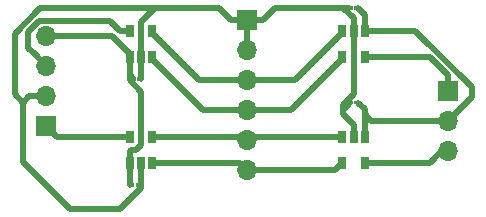
<source format=gbr>
G04 #@! TF.GenerationSoftware,KiCad,Pcbnew,5.0.2-bee76a0~70~ubuntu18.04.1*
G04 #@! TF.CreationDate,2019-08-19T17:02:48+02:00*
G04 #@! TF.ProjectId,differential_uart,64696666-6572-4656-9e74-69616c5f7561,rev?*
G04 #@! TF.SameCoordinates,Original*
G04 #@! TF.FileFunction,Copper,L1,Top*
G04 #@! TF.FilePolarity,Positive*
%FSLAX46Y46*%
G04 Gerber Fmt 4.6, Leading zero omitted, Abs format (unit mm)*
G04 Created by KiCad (PCBNEW 5.0.2-bee76a0~70~ubuntu18.04.1) date Mon 19 Aug 2019 05:02:48 PM CEST*
%MOMM*%
%LPD*%
G01*
G04 APERTURE LIST*
G04 #@! TA.AperFunction,Conductor*
%ADD10C,0.100000*%
G04 #@! TD*
G04 #@! TA.AperFunction,SMDPad,CuDef*
%ADD11C,0.300000*%
G04 #@! TD*
G04 #@! TA.AperFunction,ComponentPad*
%ADD12R,1.700000X1.700000*%
G04 #@! TD*
G04 #@! TA.AperFunction,ComponentPad*
%ADD13O,1.700000X1.700000*%
G04 #@! TD*
G04 #@! TA.AperFunction,SMDPad,CuDef*
%ADD14R,0.650000X1.060000*%
G04 #@! TD*
G04 #@! TA.AperFunction,Conductor*
%ADD15C,0.500000*%
G04 #@! TD*
G04 APERTURE END LIST*
D10*
G04 #@! TO.N,GND*
G04 #@! TO.C,C1*
G36*
X12007352Y-7850361D02*
X12014633Y-7851441D01*
X12021772Y-7853229D01*
X12028702Y-7855709D01*
X12035356Y-7858856D01*
X12041669Y-7862640D01*
X12047580Y-7867024D01*
X12053034Y-7871967D01*
X12057977Y-7877421D01*
X12062361Y-7883332D01*
X12066145Y-7889645D01*
X12069292Y-7896299D01*
X12071772Y-7903229D01*
X12073560Y-7910368D01*
X12074640Y-7917649D01*
X12075001Y-7925000D01*
X12075001Y-8075000D01*
X12074640Y-8082351D01*
X12073560Y-8089632D01*
X12071772Y-8096771D01*
X12069292Y-8103701D01*
X12066145Y-8110355D01*
X12062361Y-8116668D01*
X12057977Y-8122579D01*
X12053034Y-8128033D01*
X12047580Y-8132976D01*
X12041669Y-8137360D01*
X12035356Y-8141144D01*
X12028702Y-8144291D01*
X12021772Y-8146771D01*
X12014633Y-8148559D01*
X12007352Y-8149639D01*
X12000001Y-8150000D01*
X11750001Y-8150000D01*
X11742650Y-8149639D01*
X11735369Y-8148559D01*
X11728230Y-8146771D01*
X11721300Y-8144291D01*
X11714646Y-8141144D01*
X11708333Y-8137360D01*
X11702422Y-8132976D01*
X11696968Y-8128033D01*
X11692025Y-8122579D01*
X11687641Y-8116668D01*
X11683857Y-8110355D01*
X11680710Y-8103701D01*
X11678230Y-8096771D01*
X11676442Y-8089632D01*
X11675362Y-8082351D01*
X11675001Y-8075000D01*
X11675001Y-7925000D01*
X11675362Y-7917649D01*
X11676442Y-7910368D01*
X11678230Y-7903229D01*
X11680710Y-7896299D01*
X11683857Y-7889645D01*
X11687641Y-7883332D01*
X11692025Y-7877421D01*
X11696968Y-7871967D01*
X11702422Y-7867024D01*
X11708333Y-7862640D01*
X11714646Y-7858856D01*
X11721300Y-7855709D01*
X11728230Y-7853229D01*
X11735369Y-7851441D01*
X11742650Y-7850361D01*
X11750001Y-7850000D01*
X12000001Y-7850000D01*
X12007352Y-7850361D01*
X12007352Y-7850361D01*
G37*
D11*
G04 #@! TD*
G04 #@! TO.P,C1,2*
G04 #@! TO.N,GND*
X11875001Y-8000000D03*
D10*
G04 #@! TO.N,+3V3*
G04 #@! TO.C,C1*
G36*
X11507352Y-7850361D02*
X11514633Y-7851441D01*
X11521772Y-7853229D01*
X11528702Y-7855709D01*
X11535356Y-7858856D01*
X11541669Y-7862640D01*
X11547580Y-7867024D01*
X11553034Y-7871967D01*
X11557977Y-7877421D01*
X11562361Y-7883332D01*
X11566145Y-7889645D01*
X11569292Y-7896299D01*
X11571772Y-7903229D01*
X11573560Y-7910368D01*
X11574640Y-7917649D01*
X11575001Y-7925000D01*
X11575001Y-8075000D01*
X11574640Y-8082351D01*
X11573560Y-8089632D01*
X11571772Y-8096771D01*
X11569292Y-8103701D01*
X11566145Y-8110355D01*
X11562361Y-8116668D01*
X11557977Y-8122579D01*
X11553034Y-8128033D01*
X11547580Y-8132976D01*
X11541669Y-8137360D01*
X11535356Y-8141144D01*
X11528702Y-8144291D01*
X11521772Y-8146771D01*
X11514633Y-8148559D01*
X11507352Y-8149639D01*
X11500001Y-8150000D01*
X11250001Y-8150000D01*
X11242650Y-8149639D01*
X11235369Y-8148559D01*
X11228230Y-8146771D01*
X11221300Y-8144291D01*
X11214646Y-8141144D01*
X11208333Y-8137360D01*
X11202422Y-8132976D01*
X11196968Y-8128033D01*
X11192025Y-8122579D01*
X11187641Y-8116668D01*
X11183857Y-8110355D01*
X11180710Y-8103701D01*
X11178230Y-8096771D01*
X11176442Y-8089632D01*
X11175362Y-8082351D01*
X11175001Y-8075000D01*
X11175001Y-7925000D01*
X11175362Y-7917649D01*
X11176442Y-7910368D01*
X11178230Y-7903229D01*
X11180710Y-7896299D01*
X11183857Y-7889645D01*
X11187641Y-7883332D01*
X11192025Y-7877421D01*
X11196968Y-7871967D01*
X11202422Y-7867024D01*
X11208333Y-7862640D01*
X11214646Y-7858856D01*
X11221300Y-7855709D01*
X11228230Y-7853229D01*
X11235369Y-7851441D01*
X11242650Y-7850361D01*
X11250001Y-7850000D01*
X11500001Y-7850000D01*
X11507352Y-7850361D01*
X11507352Y-7850361D01*
G37*
D11*
G04 #@! TD*
G04 #@! TO.P,C1,1*
G04 #@! TO.N,+3V3*
X11375001Y-8000000D03*
D10*
G04 #@! TO.N,+3V3*
G04 #@! TO.C,C2*
G36*
X30382351Y-1850361D02*
X30389632Y-1851441D01*
X30396771Y-1853229D01*
X30403701Y-1855709D01*
X30410355Y-1858856D01*
X30416668Y-1862640D01*
X30422579Y-1867024D01*
X30428033Y-1871967D01*
X30432976Y-1877421D01*
X30437360Y-1883332D01*
X30441144Y-1889645D01*
X30444291Y-1896299D01*
X30446771Y-1903229D01*
X30448559Y-1910368D01*
X30449639Y-1917649D01*
X30450000Y-1925000D01*
X30450000Y-2075000D01*
X30449639Y-2082351D01*
X30448559Y-2089632D01*
X30446771Y-2096771D01*
X30444291Y-2103701D01*
X30441144Y-2110355D01*
X30437360Y-2116668D01*
X30432976Y-2122579D01*
X30428033Y-2128033D01*
X30422579Y-2132976D01*
X30416668Y-2137360D01*
X30410355Y-2141144D01*
X30403701Y-2144291D01*
X30396771Y-2146771D01*
X30389632Y-2148559D01*
X30382351Y-2149639D01*
X30375000Y-2150000D01*
X30125000Y-2150000D01*
X30117649Y-2149639D01*
X30110368Y-2148559D01*
X30103229Y-2146771D01*
X30096299Y-2144291D01*
X30089645Y-2141144D01*
X30083332Y-2137360D01*
X30077421Y-2132976D01*
X30071967Y-2128033D01*
X30067024Y-2122579D01*
X30062640Y-2116668D01*
X30058856Y-2110355D01*
X30055709Y-2103701D01*
X30053229Y-2096771D01*
X30051441Y-2089632D01*
X30050361Y-2082351D01*
X30050000Y-2075000D01*
X30050000Y-1925000D01*
X30050361Y-1917649D01*
X30051441Y-1910368D01*
X30053229Y-1903229D01*
X30055709Y-1896299D01*
X30058856Y-1889645D01*
X30062640Y-1883332D01*
X30067024Y-1877421D01*
X30071967Y-1871967D01*
X30077421Y-1867024D01*
X30083332Y-1862640D01*
X30089645Y-1858856D01*
X30096299Y-1855709D01*
X30103229Y-1853229D01*
X30110368Y-1851441D01*
X30117649Y-1850361D01*
X30125000Y-1850000D01*
X30375000Y-1850000D01*
X30382351Y-1850361D01*
X30382351Y-1850361D01*
G37*
D11*
G04 #@! TD*
G04 #@! TO.P,C2,1*
G04 #@! TO.N,+3V3*
X30250000Y-2000000D03*
D10*
G04 #@! TO.N,GND*
G04 #@! TO.C,C2*
G36*
X29882351Y-1850361D02*
X29889632Y-1851441D01*
X29896771Y-1853229D01*
X29903701Y-1855709D01*
X29910355Y-1858856D01*
X29916668Y-1862640D01*
X29922579Y-1867024D01*
X29928033Y-1871967D01*
X29932976Y-1877421D01*
X29937360Y-1883332D01*
X29941144Y-1889645D01*
X29944291Y-1896299D01*
X29946771Y-1903229D01*
X29948559Y-1910368D01*
X29949639Y-1917649D01*
X29950000Y-1925000D01*
X29950000Y-2075000D01*
X29949639Y-2082351D01*
X29948559Y-2089632D01*
X29946771Y-2096771D01*
X29944291Y-2103701D01*
X29941144Y-2110355D01*
X29937360Y-2116668D01*
X29932976Y-2122579D01*
X29928033Y-2128033D01*
X29922579Y-2132976D01*
X29916668Y-2137360D01*
X29910355Y-2141144D01*
X29903701Y-2144291D01*
X29896771Y-2146771D01*
X29889632Y-2148559D01*
X29882351Y-2149639D01*
X29875000Y-2150000D01*
X29625000Y-2150000D01*
X29617649Y-2149639D01*
X29610368Y-2148559D01*
X29603229Y-2146771D01*
X29596299Y-2144291D01*
X29589645Y-2141144D01*
X29583332Y-2137360D01*
X29577421Y-2132976D01*
X29571967Y-2128033D01*
X29567024Y-2122579D01*
X29562640Y-2116668D01*
X29558856Y-2110355D01*
X29555709Y-2103701D01*
X29553229Y-2096771D01*
X29551441Y-2089632D01*
X29550361Y-2082351D01*
X29550000Y-2075000D01*
X29550000Y-1925000D01*
X29550361Y-1917649D01*
X29551441Y-1910368D01*
X29553229Y-1903229D01*
X29555709Y-1896299D01*
X29558856Y-1889645D01*
X29562640Y-1883332D01*
X29567024Y-1877421D01*
X29571967Y-1871967D01*
X29577421Y-1867024D01*
X29583332Y-1862640D01*
X29589645Y-1858856D01*
X29596299Y-1855709D01*
X29603229Y-1853229D01*
X29610368Y-1851441D01*
X29617649Y-1850361D01*
X29625000Y-1850000D01*
X29875000Y-1850000D01*
X29882351Y-1850361D01*
X29882351Y-1850361D01*
G37*
D11*
G04 #@! TD*
G04 #@! TO.P,C2,2*
G04 #@! TO.N,GND*
X29750000Y-2000000D03*
D10*
G04 #@! TO.N,+3V3*
G04 #@! TO.C,C3*
G36*
X11382351Y-16850361D02*
X11389632Y-16851441D01*
X11396771Y-16853229D01*
X11403701Y-16855709D01*
X11410355Y-16858856D01*
X11416668Y-16862640D01*
X11422579Y-16867024D01*
X11428033Y-16871967D01*
X11432976Y-16877421D01*
X11437360Y-16883332D01*
X11441144Y-16889645D01*
X11444291Y-16896299D01*
X11446771Y-16903229D01*
X11448559Y-16910368D01*
X11449639Y-16917649D01*
X11450000Y-16925000D01*
X11450000Y-17075000D01*
X11449639Y-17082351D01*
X11448559Y-17089632D01*
X11446771Y-17096771D01*
X11444291Y-17103701D01*
X11441144Y-17110355D01*
X11437360Y-17116668D01*
X11432976Y-17122579D01*
X11428033Y-17128033D01*
X11422579Y-17132976D01*
X11416668Y-17137360D01*
X11410355Y-17141144D01*
X11403701Y-17144291D01*
X11396771Y-17146771D01*
X11389632Y-17148559D01*
X11382351Y-17149639D01*
X11375000Y-17150000D01*
X11125000Y-17150000D01*
X11117649Y-17149639D01*
X11110368Y-17148559D01*
X11103229Y-17146771D01*
X11096299Y-17144291D01*
X11089645Y-17141144D01*
X11083332Y-17137360D01*
X11077421Y-17132976D01*
X11071967Y-17128033D01*
X11067024Y-17122579D01*
X11062640Y-17116668D01*
X11058856Y-17110355D01*
X11055709Y-17103701D01*
X11053229Y-17096771D01*
X11051441Y-17089632D01*
X11050361Y-17082351D01*
X11050000Y-17075000D01*
X11050000Y-16925000D01*
X11050361Y-16917649D01*
X11051441Y-16910368D01*
X11053229Y-16903229D01*
X11055709Y-16896299D01*
X11058856Y-16889645D01*
X11062640Y-16883332D01*
X11067024Y-16877421D01*
X11071967Y-16871967D01*
X11077421Y-16867024D01*
X11083332Y-16862640D01*
X11089645Y-16858856D01*
X11096299Y-16855709D01*
X11103229Y-16853229D01*
X11110368Y-16851441D01*
X11117649Y-16850361D01*
X11125000Y-16850000D01*
X11375000Y-16850000D01*
X11382351Y-16850361D01*
X11382351Y-16850361D01*
G37*
D11*
G04 #@! TD*
G04 #@! TO.P,C3,1*
G04 #@! TO.N,+3V3*
X11250000Y-17000000D03*
D10*
G04 #@! TO.N,GND*
G04 #@! TO.C,C3*
G36*
X11882351Y-16850361D02*
X11889632Y-16851441D01*
X11896771Y-16853229D01*
X11903701Y-16855709D01*
X11910355Y-16858856D01*
X11916668Y-16862640D01*
X11922579Y-16867024D01*
X11928033Y-16871967D01*
X11932976Y-16877421D01*
X11937360Y-16883332D01*
X11941144Y-16889645D01*
X11944291Y-16896299D01*
X11946771Y-16903229D01*
X11948559Y-16910368D01*
X11949639Y-16917649D01*
X11950000Y-16925000D01*
X11950000Y-17075000D01*
X11949639Y-17082351D01*
X11948559Y-17089632D01*
X11946771Y-17096771D01*
X11944291Y-17103701D01*
X11941144Y-17110355D01*
X11937360Y-17116668D01*
X11932976Y-17122579D01*
X11928033Y-17128033D01*
X11922579Y-17132976D01*
X11916668Y-17137360D01*
X11910355Y-17141144D01*
X11903701Y-17144291D01*
X11896771Y-17146771D01*
X11889632Y-17148559D01*
X11882351Y-17149639D01*
X11875000Y-17150000D01*
X11625000Y-17150000D01*
X11617649Y-17149639D01*
X11610368Y-17148559D01*
X11603229Y-17146771D01*
X11596299Y-17144291D01*
X11589645Y-17141144D01*
X11583332Y-17137360D01*
X11577421Y-17132976D01*
X11571967Y-17128033D01*
X11567024Y-17122579D01*
X11562640Y-17116668D01*
X11558856Y-17110355D01*
X11555709Y-17103701D01*
X11553229Y-17096771D01*
X11551441Y-17089632D01*
X11550361Y-17082351D01*
X11550000Y-17075000D01*
X11550000Y-16925000D01*
X11550361Y-16917649D01*
X11551441Y-16910368D01*
X11553229Y-16903229D01*
X11555709Y-16896299D01*
X11558856Y-16889645D01*
X11562640Y-16883332D01*
X11567024Y-16877421D01*
X11571967Y-16871967D01*
X11577421Y-16867024D01*
X11583332Y-16862640D01*
X11589645Y-16858856D01*
X11596299Y-16855709D01*
X11603229Y-16853229D01*
X11610368Y-16851441D01*
X11617649Y-16850361D01*
X11625000Y-16850000D01*
X11875000Y-16850000D01*
X11882351Y-16850361D01*
X11882351Y-16850361D01*
G37*
D11*
G04 #@! TD*
G04 #@! TO.P,C3,2*
G04 #@! TO.N,GND*
X11750000Y-17000000D03*
D10*
G04 #@! TO.N,GND*
G04 #@! TO.C,C4*
G36*
X29882351Y-9850361D02*
X29889632Y-9851441D01*
X29896771Y-9853229D01*
X29903701Y-9855709D01*
X29910355Y-9858856D01*
X29916668Y-9862640D01*
X29922579Y-9867024D01*
X29928033Y-9871967D01*
X29932976Y-9877421D01*
X29937360Y-9883332D01*
X29941144Y-9889645D01*
X29944291Y-9896299D01*
X29946771Y-9903229D01*
X29948559Y-9910368D01*
X29949639Y-9917649D01*
X29950000Y-9925000D01*
X29950000Y-10075000D01*
X29949639Y-10082351D01*
X29948559Y-10089632D01*
X29946771Y-10096771D01*
X29944291Y-10103701D01*
X29941144Y-10110355D01*
X29937360Y-10116668D01*
X29932976Y-10122579D01*
X29928033Y-10128033D01*
X29922579Y-10132976D01*
X29916668Y-10137360D01*
X29910355Y-10141144D01*
X29903701Y-10144291D01*
X29896771Y-10146771D01*
X29889632Y-10148559D01*
X29882351Y-10149639D01*
X29875000Y-10150000D01*
X29625000Y-10150000D01*
X29617649Y-10149639D01*
X29610368Y-10148559D01*
X29603229Y-10146771D01*
X29596299Y-10144291D01*
X29589645Y-10141144D01*
X29583332Y-10137360D01*
X29577421Y-10132976D01*
X29571967Y-10128033D01*
X29567024Y-10122579D01*
X29562640Y-10116668D01*
X29558856Y-10110355D01*
X29555709Y-10103701D01*
X29553229Y-10096771D01*
X29551441Y-10089632D01*
X29550361Y-10082351D01*
X29550000Y-10075000D01*
X29550000Y-9925000D01*
X29550361Y-9917649D01*
X29551441Y-9910368D01*
X29553229Y-9903229D01*
X29555709Y-9896299D01*
X29558856Y-9889645D01*
X29562640Y-9883332D01*
X29567024Y-9877421D01*
X29571967Y-9871967D01*
X29577421Y-9867024D01*
X29583332Y-9862640D01*
X29589645Y-9858856D01*
X29596299Y-9855709D01*
X29603229Y-9853229D01*
X29610368Y-9851441D01*
X29617649Y-9850361D01*
X29625000Y-9850000D01*
X29875000Y-9850000D01*
X29882351Y-9850361D01*
X29882351Y-9850361D01*
G37*
D11*
G04 #@! TD*
G04 #@! TO.P,C4,2*
G04 #@! TO.N,GND*
X29750000Y-10000000D03*
D10*
G04 #@! TO.N,+3V3*
G04 #@! TO.C,C4*
G36*
X30382351Y-9850361D02*
X30389632Y-9851441D01*
X30396771Y-9853229D01*
X30403701Y-9855709D01*
X30410355Y-9858856D01*
X30416668Y-9862640D01*
X30422579Y-9867024D01*
X30428033Y-9871967D01*
X30432976Y-9877421D01*
X30437360Y-9883332D01*
X30441144Y-9889645D01*
X30444291Y-9896299D01*
X30446771Y-9903229D01*
X30448559Y-9910368D01*
X30449639Y-9917649D01*
X30450000Y-9925000D01*
X30450000Y-10075000D01*
X30449639Y-10082351D01*
X30448559Y-10089632D01*
X30446771Y-10096771D01*
X30444291Y-10103701D01*
X30441144Y-10110355D01*
X30437360Y-10116668D01*
X30432976Y-10122579D01*
X30428033Y-10128033D01*
X30422579Y-10132976D01*
X30416668Y-10137360D01*
X30410355Y-10141144D01*
X30403701Y-10144291D01*
X30396771Y-10146771D01*
X30389632Y-10148559D01*
X30382351Y-10149639D01*
X30375000Y-10150000D01*
X30125000Y-10150000D01*
X30117649Y-10149639D01*
X30110368Y-10148559D01*
X30103229Y-10146771D01*
X30096299Y-10144291D01*
X30089645Y-10141144D01*
X30083332Y-10137360D01*
X30077421Y-10132976D01*
X30071967Y-10128033D01*
X30067024Y-10122579D01*
X30062640Y-10116668D01*
X30058856Y-10110355D01*
X30055709Y-10103701D01*
X30053229Y-10096771D01*
X30051441Y-10089632D01*
X30050361Y-10082351D01*
X30050000Y-10075000D01*
X30050000Y-9925000D01*
X30050361Y-9917649D01*
X30051441Y-9910368D01*
X30053229Y-9903229D01*
X30055709Y-9896299D01*
X30058856Y-9889645D01*
X30062640Y-9883332D01*
X30067024Y-9877421D01*
X30071967Y-9871967D01*
X30077421Y-9867024D01*
X30083332Y-9862640D01*
X30089645Y-9858856D01*
X30096299Y-9855709D01*
X30103229Y-9853229D01*
X30110368Y-9851441D01*
X30117649Y-9850361D01*
X30125000Y-9850000D01*
X30375000Y-9850000D01*
X30382351Y-9850361D01*
X30382351Y-9850361D01*
G37*
D11*
G04 #@! TD*
G04 #@! TO.P,C4,1*
G04 #@! TO.N,+3V3*
X30250000Y-10000000D03*
D12*
G04 #@! TO.P,J1,1*
G04 #@! TO.N,RX_1*
X4000000Y-12000000D03*
D13*
G04 #@! TO.P,J1,2*
G04 #@! TO.N,GND*
X4000000Y-9460000D03*
G04 #@! TO.P,J1,3*
G04 #@! TO.N,TX_0*
X4000000Y-6920000D03*
G04 #@! TO.P,J1,4*
G04 #@! TO.N,+3V3*
X4000000Y-4380000D03*
G04 #@! TD*
D14*
G04 #@! TO.P,J2,1*
G04 #@! TO.N,+3V3*
X11050000Y-6100000D03*
G04 #@! TO.P,J2,2*
G04 #@! TO.N,GND*
X12000000Y-6100000D03*
G04 #@! TO.P,J2,3*
G04 #@! TO.N,Z0*
X12950000Y-6100000D03*
G04 #@! TO.P,J2,4*
G04 #@! TO.N,Y0*
X12950000Y-3900000D03*
G04 #@! TO.P,J2,5*
G04 #@! TO.N,TX_0*
X11050000Y-3900000D03*
G04 #@! TD*
G04 #@! TO.P,J3,5*
G04 #@! TO.N,RX_1*
X11050000Y-12900000D03*
G04 #@! TO.P,J3,4*
G04 #@! TO.N,Z1*
X12950000Y-12900000D03*
G04 #@! TO.P,J3,3*
G04 #@! TO.N,Y1*
X12950000Y-15100000D03*
G04 #@! TO.P,J3,2*
G04 #@! TO.N,GND*
X12000000Y-15100000D03*
G04 #@! TO.P,J3,1*
G04 #@! TO.N,+3V3*
X11050000Y-15100000D03*
G04 #@! TD*
G04 #@! TO.P,J4,5*
G04 #@! TO.N,RX_0*
X30950000Y-6100000D03*
G04 #@! TO.P,J4,4*
G04 #@! TO.N,Z0*
X29050000Y-6100000D03*
G04 #@! TO.P,J4,3*
G04 #@! TO.N,Y0*
X29050000Y-3900000D03*
G04 #@! TO.P,J4,2*
G04 #@! TO.N,GND*
X30000000Y-3900000D03*
G04 #@! TO.P,J4,1*
G04 #@! TO.N,+3V3*
X30950000Y-3900000D03*
G04 #@! TD*
G04 #@! TO.P,J5,1*
G04 #@! TO.N,+3V3*
X30950000Y-12900000D03*
G04 #@! TO.P,J5,2*
G04 #@! TO.N,GND*
X30000000Y-12900000D03*
G04 #@! TO.P,J5,3*
G04 #@! TO.N,Z1*
X29050000Y-12900000D03*
G04 #@! TO.P,J5,4*
G04 #@! TO.N,Y1*
X29050000Y-15100000D03*
G04 #@! TO.P,J5,5*
G04 #@! TO.N,TX_1*
X30950000Y-15100000D03*
G04 #@! TD*
D12*
G04 #@! TO.P,J7,1*
G04 #@! TO.N,GND*
X21000000Y-3000000D03*
D13*
G04 #@! TO.P,J7,2*
X21000000Y-5540000D03*
G04 #@! TO.P,J7,3*
G04 #@! TO.N,Y0*
X21000000Y-8080000D03*
G04 #@! TO.P,J7,4*
G04 #@! TO.N,Z0*
X21000000Y-10620000D03*
G04 #@! TO.P,J7,5*
G04 #@! TO.N,Z1*
X21000000Y-13160000D03*
G04 #@! TO.P,J7,6*
G04 #@! TO.N,Y1*
X21000000Y-15700000D03*
G04 #@! TD*
D12*
G04 #@! TO.P,J6,1*
G04 #@! TO.N,RX_0*
X38000000Y-9000000D03*
D13*
G04 #@! TO.P,J6,2*
G04 #@! TO.N,+3V3*
X38000000Y-11540000D03*
G04 #@! TO.P,J6,3*
G04 #@! TO.N,TX_1*
X38000000Y-14080000D03*
G04 #@! TD*
D15*
G04 #@! TO.N,GND*
X12000000Y-15100000D02*
X12000000Y-17000000D01*
X30000000Y-11870000D02*
X29130000Y-11000000D01*
X30000000Y-12900000D02*
X30000000Y-11870000D01*
X29130000Y-11000000D02*
X29130000Y-10620000D01*
X21000000Y-3000000D02*
X21000000Y-5540000D01*
X22350000Y-3000000D02*
X23350000Y-2000000D01*
X21000000Y-3000000D02*
X22350000Y-3000000D01*
X29130000Y-2000000D02*
X29000000Y-2000000D01*
X30000000Y-2870000D02*
X29130000Y-2000000D01*
X30000000Y-3900000D02*
X30000000Y-2870000D01*
X23350000Y-2000000D02*
X29000000Y-2000000D01*
X29000000Y-2000000D02*
X29599990Y-2000000D01*
X2000000Y-15000000D02*
X6000000Y-19000000D01*
X10192478Y-19000000D02*
X12000000Y-17192478D01*
X6000000Y-19000000D02*
X10192478Y-19000000D01*
X12000000Y-17192478D02*
X12000000Y-17000000D01*
X29130000Y-10620000D02*
X29599990Y-10150010D01*
X12000000Y-6100000D02*
X12000000Y-7682521D01*
X12025011Y-7707532D02*
X12000000Y-7682521D01*
X12025011Y-7707532D02*
X12025011Y-8000000D01*
X12000000Y-3184998D02*
X12000000Y-6100000D01*
X13184998Y-2000000D02*
X12000000Y-3184998D01*
X19650000Y-3000000D02*
X18650000Y-2000000D01*
X18650000Y-2000000D02*
X13184998Y-2000000D01*
X21000000Y-3000000D02*
X19650000Y-3000000D01*
X2540000Y-9460000D02*
X2000000Y-10000000D01*
X4000000Y-9460000D02*
X2540000Y-9460000D01*
X2000000Y-10000000D02*
X2000000Y-15000000D01*
X29130000Y-10177522D02*
X29130000Y-10620000D01*
X30000000Y-9307522D02*
X29130000Y-10177522D01*
X30000000Y-3900000D02*
X30000000Y-9307522D01*
X1299990Y-9299990D02*
X2000000Y-10000000D01*
X1299990Y-4166045D02*
X1299990Y-9299990D01*
X3466036Y-2000000D02*
X1299990Y-4166045D01*
X13184998Y-2000000D02*
X3466036Y-2000000D01*
G04 #@! TO.N,+3V3*
X11050000Y-5895000D02*
X11050000Y-6100000D01*
X9535000Y-4380000D02*
X11050000Y-5895000D01*
X4000000Y-4380000D02*
X9535000Y-4380000D01*
X11050000Y-7674999D02*
X11224991Y-7849990D01*
X11050000Y-6100000D02*
X11050000Y-7674999D01*
X11050000Y-15100000D02*
X11050000Y-16950000D01*
X30950000Y-10549990D02*
X30400010Y-10000000D01*
X30950000Y-3900000D02*
X30950000Y-2549990D01*
X30950000Y-2549990D02*
X30400010Y-2000000D01*
X11050000Y-14070000D02*
X11120000Y-14000000D01*
X11050000Y-15100000D02*
X11050000Y-14070000D01*
X11615002Y-14000000D02*
X12000000Y-13615002D01*
X11120000Y-14000000D02*
X11615002Y-14000000D01*
X11050000Y-8117477D02*
X11050000Y-7674999D01*
X12000000Y-9067477D02*
X11050000Y-8117477D01*
X12000000Y-13615002D02*
X12000000Y-9067477D01*
X31490000Y-11540000D02*
X30950000Y-11000000D01*
X30950000Y-12900000D02*
X30950000Y-11000000D01*
X38000000Y-11540000D02*
X31490000Y-11540000D01*
X30950000Y-11000000D02*
X30950000Y-10549990D01*
X31775000Y-3900000D02*
X30950000Y-3900000D01*
X35239962Y-3900000D02*
X31775000Y-3900000D01*
X40000000Y-8660038D02*
X35239962Y-3900000D01*
X40000000Y-9540000D02*
X40000000Y-8660038D01*
X38000000Y-11540000D02*
X40000000Y-9540000D01*
G04 #@! TO.N,RX_1*
X4900000Y-12900000D02*
X4000000Y-12000000D01*
X11050000Y-12900000D02*
X4900000Y-12900000D01*
G04 #@! TO.N,TX_0*
X9404999Y-3079999D02*
X3375999Y-3079999D01*
X11050000Y-3900000D02*
X10225000Y-3900000D01*
X10225000Y-3900000D02*
X9404999Y-3079999D01*
X4000000Y-6920000D02*
X3000000Y-5920000D01*
X2455998Y-5375998D02*
X3000000Y-5920000D01*
X2455998Y-4000000D02*
X2455998Y-5375998D01*
X3375999Y-3079999D02*
X2455998Y-4000000D01*
G04 #@! TO.N,RX_0*
X31775000Y-6100000D02*
X30950000Y-6100000D01*
X36450000Y-6100000D02*
X31775000Y-6100000D01*
X38000000Y-7650000D02*
X36450000Y-6100000D01*
X38000000Y-9000000D02*
X38000000Y-7650000D01*
G04 #@! TO.N,TX_1*
X36440000Y-15100000D02*
X38000000Y-13540000D01*
X30950000Y-15100000D02*
X36440000Y-15100000D01*
G04 #@! TO.N,Z0*
X29050000Y-6305000D02*
X29050000Y-6100000D01*
X24735000Y-10620000D02*
X29050000Y-6305000D01*
X21000000Y-10620000D02*
X24735000Y-10620000D01*
X12950000Y-6305000D02*
X12950000Y-6100000D01*
X17265000Y-10620000D02*
X12950000Y-6305000D01*
X21000000Y-10620000D02*
X17265000Y-10620000D01*
G04 #@! TO.N,Y0*
X29050000Y-4105000D02*
X29050000Y-3900000D01*
X25075000Y-8080000D02*
X29050000Y-4105000D01*
X21000000Y-8080000D02*
X25075000Y-8080000D01*
X12950000Y-4105000D02*
X12950000Y-3900000D01*
X16925000Y-8080000D02*
X12950000Y-4105000D01*
X21000000Y-8080000D02*
X16925000Y-8080000D01*
G04 #@! TO.N,Z1*
X20740000Y-12900000D02*
X21000000Y-13160000D01*
X12950000Y-12900000D02*
X20740000Y-12900000D01*
X21260000Y-12900000D02*
X21000000Y-13160000D01*
X29050000Y-12900000D02*
X21260000Y-12900000D01*
G04 #@! TO.N,Y1*
X20400000Y-15100000D02*
X21000000Y-15700000D01*
X12950000Y-15100000D02*
X20400000Y-15100000D01*
X28450000Y-15700000D02*
X29050000Y-15100000D01*
X21000000Y-15700000D02*
X28450000Y-15700000D01*
G04 #@! TD*
M02*

</source>
